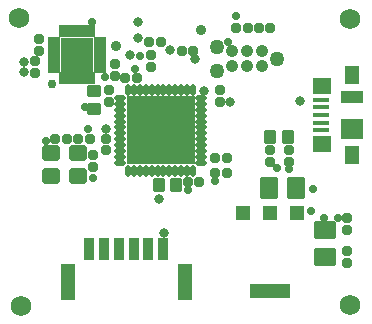
<source format=gbr>
%TF.GenerationSoftware,Altium Limited,Altium Designer,25.4.2 (15)*%
G04 Layer_Color=8388736*
%FSLAX45Y45*%
%MOMM*%
%TF.SameCoordinates,67C836F6-C9C3-4B7B-B257-39D1A88473F1*%
%TF.FilePolarity,Negative*%
%TF.FileFunction,Soldermask,Top*%
%TF.Part,Single*%
G01*
G75*
%TA.AperFunction,SMDPad,CuDef*%
%ADD12R,3.50000X1.25000*%
%ADD13R,1.25000X1.25000*%
%TA.AperFunction,ConnectorPad*%
%ADD17R,1.38000X0.45000*%
%ADD18R,1.55000X1.42500*%
%ADD19R,1.90000X1.00000*%
%ADD20R,1.90000X1.80000*%
%ADD21R,1.30000X1.65000*%
%TA.AperFunction,SMDPad,CuDef*%
%ADD51R,0.85320X1.90320*%
%ADD52R,1.20320X3.10320*%
%ADD53R,5.80320X5.80320*%
%ADD54O,0.45320X1.00320*%
%ADD55O,1.00320X0.45320*%
%ADD56R,2.80320X2.90320*%
%ADD57R,0.55320X1.00320*%
%ADD58R,1.05320X0.55320*%
G04:AMPARAMS|DCode=59|XSize=0.8032mm|YSize=0.9032mm|CornerRadius=0.1766mm|HoleSize=0mm|Usage=FLASHONLY|Rotation=270.000|XOffset=0mm|YOffset=0mm|HoleType=Round|Shape=RoundedRectangle|*
%AMROUNDEDRECTD59*
21,1,0.80320,0.55000,0,0,270.0*
21,1,0.45000,0.90320,0,0,270.0*
1,1,0.35320,-0.27500,-0.22500*
1,1,0.35320,-0.27500,0.22500*
1,1,0.35320,0.27500,0.22500*
1,1,0.35320,0.27500,-0.22500*
%
%ADD59ROUNDEDRECTD59*%
G04:AMPARAMS|DCode=60|XSize=1.6032mm|YSize=1.9032mm|CornerRadius=0.2766mm|HoleSize=0mm|Usage=FLASHONLY|Rotation=180.000|XOffset=0mm|YOffset=0mm|HoleType=Round|Shape=RoundedRectangle|*
%AMROUNDEDRECTD60*
21,1,1.60320,1.35000,0,0,180.0*
21,1,1.05000,1.90320,0,0,180.0*
1,1,0.55320,-0.52500,0.67500*
1,1,0.55320,0.52500,0.67500*
1,1,0.55320,0.52500,-0.67500*
1,1,0.55320,-0.52500,-0.67500*
%
%ADD60ROUNDEDRECTD60*%
G04:AMPARAMS|DCode=61|XSize=1.0032mm|YSize=1.2032mm|CornerRadius=0.2016mm|HoleSize=0mm|Usage=FLASHONLY|Rotation=0.000|XOffset=0mm|YOffset=0mm|HoleType=Round|Shape=RoundedRectangle|*
%AMROUNDEDRECTD61*
21,1,1.00320,0.80000,0,0,0.0*
21,1,0.60000,1.20320,0,0,0.0*
1,1,0.40320,0.30000,-0.40000*
1,1,0.40320,-0.30000,-0.40000*
1,1,0.40320,-0.30000,0.40000*
1,1,0.40320,0.30000,0.40000*
%
%ADD61ROUNDEDRECTD61*%
G04:AMPARAMS|DCode=62|XSize=1.0032mm|YSize=1.2032mm|CornerRadius=0.2016mm|HoleSize=0mm|Usage=FLASHONLY|Rotation=90.000|XOffset=0mm|YOffset=0mm|HoleType=Round|Shape=RoundedRectangle|*
%AMROUNDEDRECTD62*
21,1,1.00320,0.80000,0,0,90.0*
21,1,0.60000,1.20320,0,0,90.0*
1,1,0.40320,0.40000,0.30000*
1,1,0.40320,0.40000,-0.30000*
1,1,0.40320,-0.40000,-0.30000*
1,1,0.40320,-0.40000,0.30000*
%
%ADD62ROUNDEDRECTD62*%
G04:AMPARAMS|DCode=63|XSize=1.6032mm|YSize=1.9032mm|CornerRadius=0.2766mm|HoleSize=0mm|Usage=FLASHONLY|Rotation=270.000|XOffset=0mm|YOffset=0mm|HoleType=Round|Shape=RoundedRectangle|*
%AMROUNDEDRECTD63*
21,1,1.60320,1.35000,0,0,270.0*
21,1,1.05000,1.90320,0,0,270.0*
1,1,0.55320,-0.67500,-0.52500*
1,1,0.55320,-0.67500,0.52500*
1,1,0.55320,0.67500,0.52500*
1,1,0.55320,0.67500,-0.52500*
%
%ADD63ROUNDEDRECTD63*%
G04:AMPARAMS|DCode=64|XSize=0.8032mm|YSize=0.9032mm|CornerRadius=0.1766mm|HoleSize=0mm|Usage=FLASHONLY|Rotation=0.000|XOffset=0mm|YOffset=0mm|HoleType=Round|Shape=RoundedRectangle|*
%AMROUNDEDRECTD64*
21,1,0.80320,0.55000,0,0,0.0*
21,1,0.45000,0.90320,0,0,0.0*
1,1,0.35320,0.22500,-0.27500*
1,1,0.35320,-0.22500,-0.27500*
1,1,0.35320,-0.22500,0.27500*
1,1,0.35320,0.22500,0.27500*
%
%ADD64ROUNDEDRECTD64*%
%TA.AperFunction,BGAPad,CuDef*%
%ADD65C,1.06620*%
%TA.AperFunction,SMDPad,CuDef*%
G04:AMPARAMS|DCode=66|XSize=1.5032mm|YSize=1.3032mm|CornerRadius=0.1566mm|HoleSize=0mm|Usage=FLASHONLY|Rotation=0.000|XOffset=0mm|YOffset=0mm|HoleType=Round|Shape=RoundedRectangle|*
%AMROUNDEDRECTD66*
21,1,1.50320,0.99000,0,0,0.0*
21,1,1.19000,1.30320,0,0,0.0*
1,1,0.31320,0.59500,-0.49500*
1,1,0.31320,-0.59500,-0.49500*
1,1,0.31320,-0.59500,0.49500*
1,1,0.31320,0.59500,0.49500*
%
%ADD66ROUNDEDRECTD66*%
%TA.AperFunction,WasherPad*%
%ADD67C,1.72720*%
%TA.AperFunction,ComponentPad*%
%ADD68C,1.27020*%
%TA.AperFunction,ViaPad*%
%ADD69C,0.80320*%
%ADD70C,0.70320*%
%ADD71C,0.90320*%
%ADD72C,0.75320*%
D12*
X10580000Y6140500D02*
D03*
D13*
X10351000Y6799500D02*
D03*
X10580000D02*
D03*
X10809000D02*
D03*
D17*
X11009000Y7760000D02*
D03*
Y7695000D02*
D03*
Y7630000D02*
D03*
Y7565000D02*
D03*
Y7500000D02*
D03*
D18*
X11017500Y7878750D02*
D03*
Y7381250D02*
D03*
D19*
X11275000Y7785000D02*
D03*
D20*
Y7515000D02*
D03*
D21*
Y7967500D02*
D03*
Y7292500D02*
D03*
D51*
X9047500Y6500000D02*
D03*
X9172500D02*
D03*
X9422500D02*
D03*
X9547500D02*
D03*
X9297500D02*
D03*
X9672500D02*
D03*
D52*
X8862500Y6220000D02*
D03*
X9857500D02*
D03*
D53*
X9650000Y7500000D02*
D03*
D54*
X9375000Y7840000D02*
D03*
X9425000D02*
D03*
X9475000D02*
D03*
X9525000D02*
D03*
X9575000D02*
D03*
X9625000D02*
D03*
X9675000D02*
D03*
X9725000D02*
D03*
X9775000D02*
D03*
X9825000D02*
D03*
X9875000D02*
D03*
X9925000D02*
D03*
Y7160000D02*
D03*
X9875000D02*
D03*
X9825000D02*
D03*
X9775000D02*
D03*
X9725000D02*
D03*
X9675000D02*
D03*
X9625000D02*
D03*
X9575000D02*
D03*
X9525000D02*
D03*
X9475000D02*
D03*
X9425000D02*
D03*
X9375000D02*
D03*
D55*
X9990000Y7775000D02*
D03*
Y7725000D02*
D03*
Y7675000D02*
D03*
Y7625000D02*
D03*
Y7575000D02*
D03*
Y7525000D02*
D03*
Y7475000D02*
D03*
Y7425000D02*
D03*
Y7375000D02*
D03*
Y7325000D02*
D03*
Y7275000D02*
D03*
Y7225000D02*
D03*
X9310000D02*
D03*
Y7275000D02*
D03*
Y7325000D02*
D03*
Y7375000D02*
D03*
Y7425000D02*
D03*
Y7475000D02*
D03*
Y7525000D02*
D03*
Y7575000D02*
D03*
Y7625000D02*
D03*
Y7675000D02*
D03*
Y7725000D02*
D03*
Y7775000D02*
D03*
D56*
X8941680Y8139820D02*
D03*
D57*
X8816680Y7939820D02*
D03*
X8866680D02*
D03*
X8916680D02*
D03*
X8966680D02*
D03*
X9016680D02*
D03*
X9066680D02*
D03*
X8816680Y8339820D02*
D03*
X8866680D02*
D03*
X8916680D02*
D03*
X8966680D02*
D03*
X9016680D02*
D03*
X9066680D02*
D03*
D58*
X9139180Y8014820D02*
D03*
Y8064820D02*
D03*
Y8114820D02*
D03*
Y8164820D02*
D03*
Y8214820D02*
D03*
Y8264820D02*
D03*
X8744180Y8014820D02*
D03*
Y8064820D02*
D03*
Y8114820D02*
D03*
Y8164820D02*
D03*
Y8214820D02*
D03*
Y8264820D02*
D03*
D59*
X11230000Y6660000D02*
D03*
Y6760000D02*
D03*
X9210000Y7840000D02*
D03*
Y7740000D02*
D03*
X11230000Y6380000D02*
D03*
Y6480000D02*
D03*
X10574300Y7335560D02*
D03*
Y7235560D02*
D03*
X10734300Y7335560D02*
D03*
Y7235560D02*
D03*
X9261680Y8059820D02*
D03*
Y7959820D02*
D03*
X8620760Y8271980D02*
D03*
Y8171980D02*
D03*
X8590000Y8090000D02*
D03*
Y7990000D02*
D03*
X9080000Y7190000D02*
D03*
Y7290000D02*
D03*
X9570000Y8040000D02*
D03*
Y8140000D02*
D03*
X9190000Y7330000D02*
D03*
Y7430000D02*
D03*
X10150000Y7840000D02*
D03*
Y7740000D02*
D03*
D60*
X10794300Y7010000D02*
D03*
X10565700D02*
D03*
D61*
X9635000Y7040000D02*
D03*
X9785000D02*
D03*
X10579300Y7445560D02*
D03*
X10729300D02*
D03*
D62*
X9090000Y7685000D02*
D03*
Y7835000D02*
D03*
D63*
X11040000Y6654300D02*
D03*
Y6425700D02*
D03*
D64*
X9650000Y8250000D02*
D03*
X9550000D02*
D03*
X9828060Y8176260D02*
D03*
X9928060D02*
D03*
X10210000Y7140000D02*
D03*
X10110000D02*
D03*
X10210000Y7270000D02*
D03*
X10110000D02*
D03*
X8760000Y7430000D02*
D03*
X8860000D02*
D03*
X10580000Y8370000D02*
D03*
X10480000D02*
D03*
X9050000Y7430000D02*
D03*
X8950000D02*
D03*
X10390000Y8370000D02*
D03*
X10290000D02*
D03*
X9980000Y7060000D02*
D03*
X9880000D02*
D03*
X9350000Y7940000D02*
D03*
X9450000D02*
D03*
D65*
X10256000Y8043000D02*
D03*
X10383000D02*
D03*
X10510000D02*
D03*
X10256000Y8170000D02*
D03*
X10383000D02*
D03*
X10510000D02*
D03*
D66*
X8955000Y7115000D02*
D03*
Y7305000D02*
D03*
X8725000Y7115000D02*
D03*
Y7305000D02*
D03*
D67*
X8452500Y8450000D02*
D03*
X11257500Y6025000D02*
D03*
X11255000Y8445000D02*
D03*
X8465000Y6012500D02*
D03*
D68*
X10129000Y8208100D02*
D03*
Y8004900D02*
D03*
X10637000Y8106500D02*
D03*
D69*
X10017500Y7832500D02*
D03*
X9945000Y8107500D02*
D03*
X9732344Y8177196D02*
D03*
X9184748Y7510000D02*
D03*
X8495000Y8080000D02*
D03*
X8492500Y7995000D02*
D03*
X9680000Y6630000D02*
D03*
X9640000Y6920000D02*
D03*
X10240000Y7740000D02*
D03*
X10830000Y7750000D02*
D03*
X9390000Y8140000D02*
D03*
X9460000Y8280000D02*
D03*
Y8420000D02*
D03*
D70*
X9009018Y7694127D02*
D03*
X9037500Y7515000D02*
D03*
X10109018Y7071627D02*
D03*
X9881518Y6991627D02*
D03*
X10640000Y7177500D02*
D03*
X10739018Y7169127D02*
D03*
X11156518Y6761627D02*
D03*
X11036518D02*
D03*
X10921518Y6819127D02*
D03*
X10940000Y7005000D02*
D03*
X9430000Y8020000D02*
D03*
X9480525Y8132827D02*
D03*
X9183551Y7949280D02*
D03*
X10220000Y8250000D02*
D03*
X9080000Y7100000D02*
D03*
X8680000Y7410000D02*
D03*
X10290000Y8470000D02*
D03*
X9069104Y8421406D02*
D03*
X9870000Y7280000D02*
D03*
X9760000D02*
D03*
X9650000D02*
D03*
X9540000D02*
D03*
X9430000D02*
D03*
X9870000Y7390000D02*
D03*
X9760000D02*
D03*
X9650000D02*
D03*
X9540000D02*
D03*
X9430000D02*
D03*
X9870000Y7500000D02*
D03*
X9760000D02*
D03*
X9650000D02*
D03*
X9540000D02*
D03*
X9430000D02*
D03*
X9870000Y7610000D02*
D03*
X9760000D02*
D03*
X9650000D02*
D03*
X9540000D02*
D03*
X9430000D02*
D03*
X9870000Y7720000D02*
D03*
X9760000D02*
D03*
X9650000D02*
D03*
X9540000D02*
D03*
X9430000D02*
D03*
X8996680Y8194820D02*
D03*
Y8084820D02*
D03*
X8886680D02*
D03*
Y8194820D02*
D03*
D71*
X9275180Y8214820D02*
D03*
X9990000Y8350000D02*
D03*
D72*
X8729980Y7891780D02*
D03*
%TF.MD5,216f9e8c8f2ad82c50d5eec6bb49c407*%
M02*

</source>
